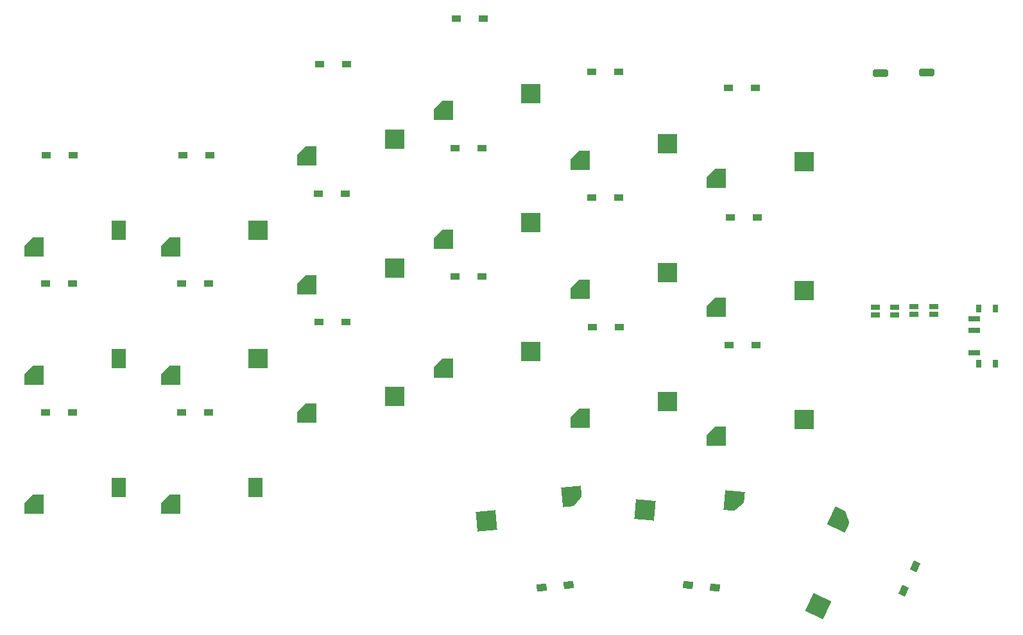
<source format=gtp>
%TF.GenerationSoftware,KiCad,Pcbnew,6.0.8-f2edbf62ab~116~ubuntu22.04.1*%
%TF.CreationDate,2022-10-26T10:02:15+11:00*%
%TF.ProjectId,banach,62616e61-6368-42e6-9b69-6361645f7063,rev1.0*%
%TF.SameCoordinates,Original*%
%TF.FileFunction,Paste,Top*%
%TF.FilePolarity,Positive*%
%FSLAX46Y46*%
G04 Gerber Fmt 4.6, Leading zero omitted, Abs format (unit mm)*
G04 Created by KiCad (PCBNEW 6.0.8-f2edbf62ab~116~ubuntu22.04.1) date 2022-10-26 10:02:15*
%MOMM*%
%LPD*%
G01*
G04 APERTURE LIST*
G04 Aperture macros list*
%AMRoundRect*
0 Rectangle with rounded corners*
0 $1 Rounding radius*
0 $2 $3 $4 $5 $6 $7 $8 $9 X,Y pos of 4 corners*
0 Add a 4 corners polygon primitive as box body*
4,1,4,$2,$3,$4,$5,$6,$7,$8,$9,$2,$3,0*
0 Add four circle primitives for the rounded corners*
1,1,$1+$1,$2,$3*
1,1,$1+$1,$4,$5*
1,1,$1+$1,$6,$7*
1,1,$1+$1,$8,$9*
0 Add four rect primitives between the rounded corners*
20,1,$1+$1,$2,$3,$4,$5,0*
20,1,$1+$1,$4,$5,$6,$7,0*
20,1,$1+$1,$6,$7,$8,$9,0*
20,1,$1+$1,$8,$9,$2,$3,0*%
%AMRotRect*
0 Rectangle, with rotation*
0 The origin of the aperture is its center*
0 $1 length*
0 $2 width*
0 $3 Rotation angle, in degrees counterclockwise*
0 Add horizontal line*
21,1,$1,$2,0,0,$3*%
%AMOutline5P*
0 Free polygon, 5 corners , with rotation*
0 The origin of the aperture is its center*
0 number of corners: always 5*
0 $1 to $10 corner X, Y*
0 $11 Rotation angle, in degrees counterclockwise*
0 create outline with 5 corners*
4,1,5,$1,$2,$3,$4,$5,$6,$7,$8,$9,$10,$1,$2,$11*%
%AMOutline6P*
0 Free polygon, 6 corners , with rotation*
0 The origin of the aperture is its center*
0 number of corners: always 6*
0 $1 to $12 corner X, Y*
0 $13 Rotation angle, in degrees counterclockwise*
0 create outline with 6 corners*
4,1,6,$1,$2,$3,$4,$5,$6,$7,$8,$9,$10,$11,$12,$1,$2,$13*%
%AMOutline7P*
0 Free polygon, 7 corners , with rotation*
0 The origin of the aperture is its center*
0 number of corners: always 7*
0 $1 to $14 corner X, Y*
0 $15 Rotation angle, in degrees counterclockwise*
0 create outline with 7 corners*
4,1,7,$1,$2,$3,$4,$5,$6,$7,$8,$9,$10,$11,$12,$13,$14,$1,$2,$15*%
%AMOutline8P*
0 Free polygon, 8 corners , with rotation*
0 The origin of the aperture is its center*
0 number of corners: always 8*
0 $1 to $16 corner X, Y*
0 $17 Rotation angle, in degrees counterclockwise*
0 create outline with 8 corners*
4,1,8,$1,$2,$3,$4,$5,$6,$7,$8,$9,$10,$11,$12,$13,$14,$15,$16,$1,$2,$17*%
G04 Aperture macros list end*
%ADD10R,1.300000X0.950000*%
%ADD11RotRect,1.300000X0.950000X185.000000*%
%ADD12RotRect,1.300000X0.950000X175.000000*%
%ADD13RotRect,1.300000X0.950000X245.000000*%
%ADD14Outline5P,-1.300000X0.130000X-0.130000X1.300000X1.300000X1.300000X1.300000X-1.300000X-1.300000X-1.300000X0.000000*%
%ADD15R,2.600000X2.600000*%
%ADD16R,1.900000X2.600000*%
%ADD17Outline5P,-1.300000X0.130000X-0.130000X1.300000X1.300000X1.300000X1.300000X-1.300000X-1.300000X-1.300000X185.000000*%
%ADD18RotRect,2.600000X2.600000X185.000000*%
%ADD19RotRect,2.600000X2.600000X175.000000*%
%ADD20Outline5P,-1.300000X0.130000X-0.130000X1.300000X1.300000X1.300000X1.300000X-1.300000X-1.300000X-1.300000X175.000000*%
%ADD21RotRect,2.600000X2.600000X245.000000*%
%ADD22Outline5P,-1.300000X0.130000X-0.130000X1.300000X1.300000X1.300000X1.300000X-1.300000X-1.300000X-1.300000X245.000000*%
%ADD23R,1.143000X0.635000*%
%ADD24RoundRect,0.250000X-0.750000X0.250000X-0.750000X-0.250000X0.750000X-0.250000X0.750000X0.250000X0*%
%ADD25R,0.800000X1.000000*%
%ADD26R,1.500000X0.700000*%
%ADD27RoundRect,0.250000X0.750000X-0.250000X0.750000X0.250000X-0.750000X0.250000X-0.750000X-0.250000X0*%
%ADD28R,1.875000X2.600000*%
G04 APERTURE END LIST*
D10*
%TO.C,D2*%
X84229400Y-64312800D03*
X87779400Y-64312800D03*
%TD*%
%TO.C,D3*%
X102314200Y-52273200D03*
X105864200Y-52273200D03*
%TD*%
%TO.C,D4*%
X120297400Y-46228000D03*
X123847400Y-46228000D03*
%TD*%
%TO.C,D5*%
X138229800Y-53289200D03*
X141779800Y-53289200D03*
%TD*%
%TO.C,D6*%
X156213000Y-55422800D03*
X159763000Y-55422800D03*
%TD*%
%TO.C,D8*%
X84127800Y-81229200D03*
X87677800Y-81229200D03*
%TD*%
%TO.C,D9*%
X102111000Y-69342000D03*
X105661000Y-69342000D03*
%TD*%
%TO.C,D10*%
X120195800Y-63347600D03*
X123745800Y-63347600D03*
%TD*%
%TO.C,D11*%
X138179000Y-69900800D03*
X141729000Y-69900800D03*
%TD*%
%TO.C,D12*%
X156517800Y-72491600D03*
X160067800Y-72491600D03*
%TD*%
%TO.C,D14*%
X84127800Y-98247200D03*
X87677800Y-98247200D03*
%TD*%
%TO.C,D15*%
X102212600Y-86309200D03*
X105762600Y-86309200D03*
%TD*%
%TO.C,D16*%
X120195800Y-80314800D03*
X123745800Y-80314800D03*
%TD*%
%TO.C,D17*%
X138280600Y-86969600D03*
X141830600Y-86969600D03*
%TD*%
%TO.C,D18*%
X156314600Y-89357200D03*
X159864600Y-89357200D03*
%TD*%
D11*
%TO.C,D19*%
X135118246Y-121003299D03*
X131581754Y-121312701D03*
%TD*%
D12*
%TO.C,D20*%
X154422246Y-121312701D03*
X150885754Y-121003299D03*
%TD*%
D13*
%TO.C,D21*%
X179335853Y-121750696D03*
X180836147Y-118533304D03*
%TD*%
D14*
%TO.C,SW2*%
X82635000Y-76350000D03*
D15*
X94185000Y-74150000D03*
%TD*%
D14*
%TO.C,SW3*%
X100635000Y-64350000D03*
D15*
X112185000Y-62150000D03*
%TD*%
D14*
%TO.C,SW4*%
X118635000Y-58350000D03*
D15*
X130185000Y-56150000D03*
%TD*%
D14*
%TO.C,SW5*%
X136635000Y-64970000D03*
D15*
X148185000Y-62770000D03*
%TD*%
D14*
%TO.C,SW6*%
X154635000Y-67350000D03*
D15*
X166185000Y-65150000D03*
%TD*%
D14*
%TO.C,SW8*%
X82635000Y-93350000D03*
D15*
X94185000Y-91150000D03*
%TD*%
D14*
%TO.C,SW9*%
X100635000Y-81350000D03*
D15*
X112185000Y-79150000D03*
%TD*%
D14*
%TO.C,SW10*%
X118635000Y-75350000D03*
D15*
X130185000Y-73150000D03*
%TD*%
D14*
%TO.C,SW11*%
X136635000Y-81970000D03*
D15*
X148185000Y-79770000D03*
%TD*%
D14*
%TO.C,SW12*%
X154635000Y-84350000D03*
D15*
X166185000Y-82150000D03*
%TD*%
D14*
%TO.C,SW14*%
X82635000Y-110350000D03*
D16*
X93810000Y-108150000D03*
%TD*%
D14*
%TO.C,SW15*%
X100635000Y-98350000D03*
D15*
X112185000Y-96150000D03*
%TD*%
D14*
%TO.C,SW16*%
X118635000Y-92350000D03*
D15*
X130185000Y-90150000D03*
%TD*%
D14*
%TO.C,SW17*%
X136635000Y-98975000D03*
D15*
X148185000Y-96775000D03*
%TD*%
D14*
%TO.C,SW18*%
X154635000Y-101350000D03*
D15*
X166185000Y-99150000D03*
%TD*%
D17*
%TO.C,SW19*%
X135585961Y-109357206D03*
D18*
X124271655Y-112555484D03*
%TD*%
D19*
%TO.C,SW20*%
X145245323Y-111113056D03*
D20*
X156943114Y-109928077D03*
%TD*%
D21*
%TO.C,SW21*%
X168110180Y-123770878D03*
D22*
X170997543Y-112373263D03*
%TD*%
D23*
%TO.C,JP65*%
X180720000Y-84297020D03*
X180720000Y-85297780D03*
%TD*%
%TO.C,JP63*%
X178120000Y-84317020D03*
X178120000Y-85317780D03*
%TD*%
%TO.C,JP61*%
X175580000Y-84347020D03*
X175580000Y-85347780D03*
%TD*%
%TO.C,JP68*%
X183290000Y-84287420D03*
X183290000Y-85288180D03*
%TD*%
D10*
%TO.C,D14*%
X66133800Y-98251200D03*
X69683800Y-98251200D03*
%TD*%
D24*
%TO.C,-ve*%
X182390000Y-53340000D03*
%TD*%
D25*
%TO.C,POWER*%
X189275000Y-91790000D03*
X191485000Y-84490000D03*
X191485000Y-91790000D03*
X189275000Y-84490000D03*
D26*
X188625000Y-90390000D03*
X188625000Y-87390000D03*
X188625000Y-85890000D03*
%TD*%
D10*
%TO.C,D2*%
X66235400Y-64316800D03*
X69785400Y-64316800D03*
%TD*%
D27*
%TO.C,+ve*%
X176280000Y-53430000D03*
%TD*%
D14*
%TO.C,SW2*%
X64641000Y-76354000D03*
D28*
X75816000Y-74154000D03*
%TD*%
D10*
%TO.C,D8*%
X66133800Y-81233200D03*
X69683800Y-81233200D03*
%TD*%
D14*
%TO.C,SW8*%
X64641000Y-93354000D03*
D28*
X75816000Y-91154000D03*
%TD*%
D14*
%TO.C,SW14*%
X64641000Y-110354000D03*
D28*
X75816000Y-108154000D03*
%TD*%
M02*

</source>
